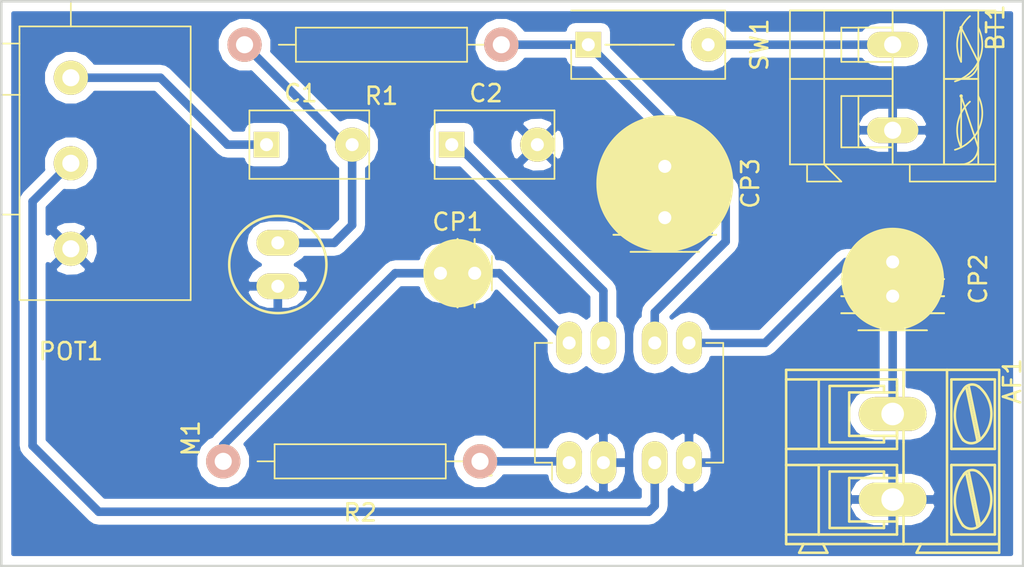
<source format=kicad_pcb>
(kicad_pcb (version 4) (host pcbnew 4.0.2+dfsg1-stable)

  (general
    (links 21)
    (no_connects 0)
    (area 124.384999 64.694999 184.225001 97.865001)
    (thickness 1.6)
    (drawings 4)
    (tracks 37)
    (zones 0)
    (modules 13)
    (nets 13)
  )

  (page A4)
  (layers
    (0 F.Cu signal hide)
    (31 B.Cu signal)
    (32 B.Adhes user)
    (33 F.Adhes user)
    (34 B.Paste user)
    (35 F.Paste user)
    (36 B.SilkS user)
    (37 F.SilkS user)
    (38 B.Mask user)
    (39 F.Mask user)
    (40 Dwgs.User user)
    (41 Cmts.User user)
    (42 Eco1.User user)
    (43 Eco2.User user)
    (44 Edge.Cuts user)
    (45 Margin user)
    (46 B.CrtYd user)
    (47 F.CrtYd user)
    (48 B.Fab user)
    (49 F.Fab user)
  )

  (setup
    (last_trace_width 0.5)
    (trace_clearance 0.2)
    (zone_clearance 0.508)
    (zone_45_only no)
    (trace_min 0.5)
    (segment_width 0.2)
    (edge_width 0.15)
    (via_size 0.6)
    (via_drill 0.4)
    (via_min_size 0.4)
    (via_min_drill 0.3)
    (uvia_size 0.3)
    (uvia_drill 0.1)
    (uvias_allowed no)
    (uvia_min_size 0.2)
    (uvia_min_drill 0.1)
    (pcb_text_width 0.3)
    (pcb_text_size 1.5 1.5)
    (mod_edge_width 0.15)
    (mod_text_size 1 1)
    (mod_text_width 0.15)
    (pad_size 2.5 1.5)
    (pad_drill 0.762)
    (pad_to_mask_clearance 0.2)
    (aux_axis_origin 0 0)
    (visible_elements FFFFFF7F)
    (pcbplotparams
      (layerselection 0x00030_80000001)
      (usegerberextensions false)
      (excludeedgelayer true)
      (linewidth 0.100000)
      (plotframeref false)
      (viasonmask false)
      (mode 1)
      (useauxorigin false)
      (hpglpennumber 1)
      (hpglpenspeed 20)
      (hpglpendiameter 15)
      (hpglpenoverlay 2)
      (psnegative false)
      (psa4output false)
      (plotreference true)
      (plotvalue true)
      (plotinvisibletext false)
      (padsonsilk false)
      (subtractmaskfromsilk false)
      (outputformat 1)
      (mirror false)
      (drillshape 0)
      (scaleselection 1)
      (outputdirectory ""))
  )

  (net 0 "")
  (net 1 "Net-(BT1-Pad1)")
  (net 2 /Negativo)
  (net 3 "Net-(C1-Pad1)")
  (net 4 "Net-(C1-Pad2)")
  (net 5 "Net-(C2-Pad1)")
  (net 6 "Net-(CP1-Pad1)")
  (net 7 "Net-(CP2-Pad1)")
  (net 8 /VCC)
  (net 9 "Net-(P1-Pad1)")
  (net 10 "Net-(P1-Pad3)")
  (net 11 "Net-(CP1-Pad2)")
  (net 12 "Net-(AF1-Pad1)")

  (net_class Default "This is the default net class."
    (clearance 0.2)
    (trace_width 0.5)
    (via_dia 0.6)
    (via_drill 0.4)
    (uvia_dia 0.3)
    (uvia_drill 0.1)
    (add_net /Negativo)
    (add_net /VCC)
    (add_net "Net-(AF1-Pad1)")
    (add_net "Net-(BT1-Pad1)")
    (add_net "Net-(C1-Pad1)")
    (add_net "Net-(C1-Pad2)")
    (add_net "Net-(C2-Pad1)")
    (add_net "Net-(CP1-Pad1)")
    (add_net "Net-(CP1-Pad2)")
    (add_net "Net-(CP2-Pad1)")
    (add_net "Net-(P1-Pad1)")
    (add_net "Net-(P1-Pad3)")
  )

  (net_class Trabalho ""
    (clearance 0.2)
    (trace_width 0.5)
    (via_dia 0.6)
    (via_drill 0.4)
    (uvia_dia 0.3)
    (uvia_drill 0.1)
  )

  (module Capacitors_ThroughHole:C_Radial_D7.5_L11.2_P2.5 (layer F.Cu) (tedit 5BFD486E) (tstamp 5BFC19E9)
    (at 176.53 80.01 270)
    (descr "Radial Electrolytic Capacitor Diameter 7.5mm x Length 11.2mm, Pitch 2.5mm")
    (tags "Electrolytic Capacitor")
    (path /5BF404EB)
    (fp_text reference CP2 (at 1 -5 270) (layer F.SilkS)
      (effects (font (size 1 1) (thickness 0.15)))
    )
    (fp_text value 220uF (at 1 5 270) (layer F.Fab)
      (effects (font (size 1 1) (thickness 0.15)))
    )
    (fp_line (start 1 -3) (end 1 3) (layer F.SilkS) (width 0))
    (fp_line (start 1 -3) (end 1 3) (layer F.SilkS) (width 0))
    (fp_line (start 1 -3) (end 1 0) (layer F.SilkS) (width 0))
    (fp_line (start 1 0) (end 1 3) (layer F.SilkS) (width 0))
    (fp_line (start 1 -3) (end 1 0) (layer F.SilkS) (width 0))
    (fp_line (start 1 0) (end 1 3) (layer F.SilkS) (width 0))
    (fp_line (start 1 -3) (end 1 0) (layer F.SilkS) (width 0))
    (fp_line (start 1 0) (end 1 3) (layer F.SilkS) (width 0))
    (fp_line (start 2 -3) (end 2 0) (layer F.SilkS) (width 0))
    (fp_line (start 2 0) (end 2 3) (layer F.SilkS) (width 0))
    (fp_line (start 2 -3) (end 2 0) (layer F.SilkS) (width 0))
    (fp_line (start 2 0) (end 2 3) (layer F.SilkS) (width 0))
    (fp_line (start 2 -3) (end 2 0) (layer F.SilkS) (width 0))
    (fp_line (start 2 0) (end 2 3) (layer F.SilkS) (width 0))
    (fp_line (start 2 -3) (end 2 0) (layer F.SilkS) (width 0))
    (fp_line (start 2 0) (end 2 3) (layer F.SilkS) (width 0))
    (fp_line (start 2 -3) (end 2 0) (layer F.SilkS) (width 0))
    (fp_line (start 2 0) (end 2 3) (layer F.SilkS) (width 0))
    (fp_line (start 2 -3) (end 2 0) (layer F.SilkS) (width 0))
    (fp_line (start 2 0) (end 2 3) (layer F.SilkS) (width 0))
    (fp_line (start 2 -3) (end 2 0) (layer F.SilkS) (width 0))
    (fp_line (start 2 0) (end 2 3) (layer F.SilkS) (width 0))
    (fp_line (start 3 -3) (end 3 0) (layer F.SilkS) (width 0))
    (fp_line (start 3 0) (end 3 3) (layer F.SilkS) (width 0))
    (fp_line (start 3 -3) (end 3 0) (layer F.SilkS) (width 0))
    (fp_line (start 3 0) (end 3 3) (layer F.SilkS) (width 0))
    (fp_line (start 3 -3) (end 3 0) (layer F.SilkS) (width 0))
    (fp_line (start 3 0) (end 3 3) (layer F.SilkS) (width 0))
    (fp_line (start 3 -3) (end 3 0) (layer F.SilkS) (width 0))
    (fp_line (start 3 0) (end 3 3) (layer F.SilkS) (width 0))
    (fp_line (start 3 -2) (end 3 2) (layer F.SilkS) (width 0))
    (fp_line (start 3 -2) (end 3 2) (layer F.SilkS) (width 0))
    (fp_line (start 3 -2) (end 3 2) (layer F.SilkS) (width 0))
    (fp_line (start 3 -2) (end 3 2) (layer F.SilkS) (width 0))
    (fp_line (start 4 -2) (end 4 2) (layer F.SilkS) (width 0))
    (fp_line (start 4 -2) (end 4 2) (layer F.SilkS) (width 0))
    (fp_line (start 4 -2) (end 4 2) (layer F.SilkS) (width 0))
    (fp_line (start 4 -1) (end 4 1) (layer F.SilkS) (width 0))
    (fp_line (start 4 -1) (end 4 1) (layer F.SilkS) (width 0))
    (fp_line (start 4 -1) (end 4 1) (layer F.SilkS) (width 0))
    (fp_line (start 4 0) (end 4 0) (layer F.SilkS) (width 0))
    (fp_circle (center 2 0) (end 2 -1) (layer F.SilkS) (width 0))
    (fp_circle (center 1 0) (end 1 -3) (layer F.SilkS) (width 0))
    (fp_circle (center 1 0) (end 1 -4) (layer F.CrtYd) (width 0))
    (pad 2 thru_hole oval (at 2 0 270) (size 1.5 2.5) (drill 0.762) (layers *.Cu *.Mask F.SilkS)
      (net 12 "Net-(AF1-Pad1)"))
    (pad 1 thru_hole rect (at 0 0 270) (size 1.5 1.5) (drill 0.762) (layers *.Cu *.Mask F.SilkS)
      (net 7 "Net-(CP2-Pad1)"))
    (model Capacitors_ThroughHole.3dshapes/C_Radial_D7.5_L11.2_P2.5.wrl
      (at (xyz 0 0 0))
      (scale (xyz 1 1 1))
      (rotate (xyz 0 0 0))
    )
  )

  (module Connect:AK300-2 (layer F.Cu) (tedit 5BFD4906) (tstamp 5C01BB08)
    (at 176.53 67.31 270)
    (descr CONNECTOR)
    (tags CONNECTOR)
    (path /5BF406BF)
    (attr virtual)
    (fp_text reference BT1 (at -1 -6 270) (layer F.SilkS)
      (effects (font (size 1 1) (thickness 0.15)))
    )
    (fp_text value 6V (at 2 7 270) (layer F.Fab)
      (effects (font (size 1 1) (thickness 0.15)))
    )
    (fp_line (start 8 -6) (end -2 -6) (layer F.CrtYd) (width 0))
    (fp_line (start 8 6) (end 8 -6) (layer F.CrtYd) (width 0))
    (fp_line (start -2 6) (end 8 6) (layer F.CrtYd) (width 0))
    (fp_line (start -2 -6) (end -2 6) (layer F.CrtYd) (width 0))
    (fp_line (start -1 2) (end 1 2) (layer F.SilkS) (width 0))
    (fp_line (start 1 2) (end 1 0) (layer F.SilkS) (width 0))
    (fp_line (start -1 0) (end 1 0) (layer F.SilkS) (width 0))
    (fp_line (start -1 2) (end -1 0) (layer F.SilkS) (width 0))
    (fp_line (start 3 2) (end 6 2) (layer F.SilkS) (width 0))
    (fp_line (start 6 2) (end 6 0) (layer F.SilkS) (width 0))
    (fp_line (start 3 0) (end 6 0) (layer F.SilkS) (width 0))
    (fp_line (start 3 2) (end 3 0) (layer F.SilkS) (width 0))
    (fp_line (start 7 -6) (end 7 -3) (layer F.SilkS) (width 0))
    (fp_line (start 7 -6) (end -2 -6) (layer F.SilkS) (width 0))
    (fp_line (start 7 -6) (end 8 -6) (layer F.SilkS) (width 0))
    (fp_line (start 8 -6) (end 8 -1) (layer F.SilkS) (width 0))
    (fp_line (start 8 -1) (end 7 -1) (layer F.SilkS) (width 0))
    (fp_line (start 8 5) (end 7 5) (layer F.SilkS) (width 0))
    (fp_line (start 7 5) (end 7 6) (layer F.SilkS) (width 0))
    (fp_line (start 8 3) (end 7 4) (layer F.SilkS) (width 0))
    (fp_line (start 7 4) (end 7 5) (layer F.SilkS) (width 0))
    (fp_line (start 8 3) (end 8 5) (layer F.SilkS) (width 0))
    (fp_line (start 2 6) (end 2 4) (layer F.SilkS) (width 0))
    (fp_line (start 7 0) (end 7 4) (layer F.SilkS) (width 0))
    (fp_line (start 2 6) (end 7 6) (layer F.SilkS) (width 0))
    (fp_line (start 7 6) (end 7 6) (layer F.SilkS) (width 0))
    (fp_line (start 2 6) (end 2 4) (layer F.SilkS) (width 0))
    (fp_line (start 2 6) (end 2 6) (layer F.SilkS) (width 0))
    (fp_line (start -2 0) (end -2 4) (layer F.SilkS) (width 0))
    (fp_line (start -2 6) (end -2 6) (layer F.SilkS) (width 0))
    (fp_line (start -2 6) (end 2 6) (layer F.SilkS) (width 0))
    (fp_line (start 2 4) (end 7 4) (layer F.SilkS) (width 0))
    (fp_line (start 2 4) (end 2 0) (layer F.SilkS) (width 0))
    (fp_line (start 7 4) (end 7 6) (layer F.SilkS) (width 0))
    (fp_line (start 2 4) (end -2 4) (layer F.SilkS) (width 0))
    (fp_line (start 2 4) (end 2 0) (layer F.SilkS) (width 0))
    (fp_line (start -2 4) (end -2 6) (layer F.SilkS) (width 0))
    (fp_line (start 6 3) (end 6 0) (layer F.SilkS) (width 0))
    (fp_line (start 6 3) (end 3 3) (layer F.SilkS) (width 0))
    (fp_line (start 3 3) (end 3 0) (layer F.SilkS) (width 0))
    (fp_line (start 1 3) (end 1 0) (layer F.SilkS) (width 0))
    (fp_line (start 1 3) (end -1 3) (layer F.SilkS) (width 0))
    (fp_line (start -1 3) (end -1 0) (layer F.SilkS) (width 0))
    (fp_line (start -1 0) (end -1 0) (layer F.SilkS) (width 0))
    (fp_line (start 1 0) (end 1 0) (layer F.SilkS) (width 0))
    (fp_line (start 3 0) (end 3 0) (layer F.SilkS) (width 0))
    (fp_line (start 6 0) (end 6 0) (layer F.SilkS) (width 0))
    (fp_line (start -2 6) (end -2 0) (layer F.SilkS) (width 0))
    (fp_line (start -2 0) (end -2 -3) (layer F.SilkS) (width 0))
    (fp_line (start 7 -1) (end 7 0) (layer F.SilkS) (width 0))
    (fp_line (start 7 0) (end 7 4) (layer F.SilkS) (width 0))
    (fp_line (start -2 -3) (end 7 -3) (layer F.SilkS) (width 0))
    (fp_line (start -2 -3) (end -2 -6) (layer F.SilkS) (width 0))
    (fp_line (start 7 -3) (end 7 -1) (layer F.SilkS) (width 0))
    (fp_line (start 2 -3) (end 2 -5) (layer F.SilkS) (width 0))
    (fp_line (start 2 -5) (end 7 -5) (layer F.SilkS) (width 0))
    (fp_line (start 7 -5) (end 7 -3) (layer F.SilkS) (width 0))
    (fp_line (start 7 -3) (end 2 -3) (layer F.SilkS) (width 0))
    (fp_line (start 2 -3) (end 2 -5) (layer F.SilkS) (width 0))
    (fp_line (start 2 -3) (end -2 -3) (layer F.SilkS) (width 0))
    (fp_line (start -2 -3) (end -2 -5) (layer F.SilkS) (width 0))
    (fp_line (start 2 -5) (end -2 -5) (layer F.SilkS) (width 0))
    (fp_line (start 3 -4) (end 6 -5) (layer F.SilkS) (width 0))
    (fp_line (start 3 -4) (end 6 -4) (layer F.SilkS) (width 0))
    (fp_line (start -1 -4) (end 1 -5) (layer F.SilkS) (width 0))
    (fp_line (start -1 -4) (end 1 -4) (layer F.SilkS) (width 0))
    (fp_line (start -2 0) (end -1 0) (layer F.SilkS) (width 0))
    (fp_line (start 2 0) (end 1 0) (layer F.SilkS) (width 0))
    (fp_line (start 1 0) (end -1 0) (layer F.SilkS) (width 0))
    (fp_line (start -2 0) (end -1 0) (layer F.SilkS) (width 0))
    (fp_line (start -1 0) (end 1 0) (layer F.SilkS) (width 0))
    (fp_line (start 1 0) (end 3 0) (layer F.SilkS) (width 0))
    (fp_line (start 7 0) (end 6 0) (layer F.SilkS) (width 0))
    (fp_line (start 6 0) (end 3 0) (layer F.SilkS) (width 0))
    (fp_line (start 7 0) (end 6 0) (layer F.SilkS) (width 0))
    (fp_line (start 2 0) (end 3 0) (layer F.SilkS) (width 0))
    (fp_line (start 3 0) (end 6 0) (layer F.SilkS) (width 0))
    (fp_arc (start 6 -4) (end 6 -5) (angle 90) (layer F.SilkS) (width 0))
    (fp_arc (start 5 -6) (end 6 -4) (angle 75) (layer F.SilkS) (width 0))
    (fp_arc (start 4 -3) (end 3 -5) (angle 100) (layer F.SilkS) (width 0))
    (fp_arc (start 3 -4) (end 3 -4) (angle 104) (layer F.SilkS) (width 0))
    (fp_arc (start 1 -4) (end 1 -5) (angle 90) (layer F.SilkS) (width 0))
    (fp_arc (start 0 -6) (end 1 -4) (angle 75) (layer F.SilkS) (width 0))
    (fp_arc (start 0 -3) (end -1 -5) (angle 100) (layer F.SilkS) (width 0))
    (fp_arc (start -1 -4) (end -1 -4) (angle 104) (layer F.SilkS) (width 0))
    (pad 1 thru_hole oval (at 0 0 270) (size 1.5 3) (drill 1) (layers *.Cu F.Paste F.SilkS F.Mask)
      (net 1 "Net-(BT1-Pad1)"))
    (pad 2 thru_hole oval (at 5 0 270) (size 1.5 3) (drill 1) (layers *.Cu F.Paste F.SilkS F.Mask)
      (net 2 /Negativo))
  )

  (module Capacitors_ThroughHole:C_Disc_D7.5_P5 (layer F.Cu) (tedit 5BFD495C) (tstamp 5C01BB0E)
    (at 139.954 73.152)
    (descr "Capacitor 7.5mm Disc, Pitch 5mm")
    (tags Capacitor)
    (path /5BF41348)
    (fp_text reference C1 (at 2 -3) (layer F.SilkS)
      (effects (font (size 1 1) (thickness 0.15)))
    )
    (fp_text value 100nF (at 2 3) (layer F.Fab)
      (effects (font (size 1 1) (thickness 0.15)))
    )
    (fp_line (start -1 -2) (end 6 -2) (layer F.CrtYd) (width 0))
    (fp_line (start 6 -2) (end 6 2) (layer F.CrtYd) (width 0))
    (fp_line (start 6 2) (end -1 2) (layer F.CrtYd) (width 0))
    (fp_line (start -1 2) (end -1 -2) (layer F.CrtYd) (width 0))
    (fp_line (start -1 -2) (end 6 -2) (layer F.SilkS) (width 0))
    (fp_line (start 6 -2) (end 6 2) (layer F.SilkS) (width 0))
    (fp_line (start 6 2) (end -1 2) (layer F.SilkS) (width 0))
    (fp_line (start -1 2) (end -1 -2) (layer F.SilkS) (width 0))
    (pad 1 thru_hole rect (at 0 0) (size 1.5 1.5) (drill 0.762) (layers *.Cu *.Mask F.SilkS)
      (net 3 "Net-(C1-Pad1)"))
    (pad 2 thru_hole circle (at 5 0) (size 2 2) (drill 0.762) (layers *.Cu *.Mask F.SilkS)
      (net 4 "Net-(C1-Pad2)"))
    (model Capacitors_ThroughHole.3dshapes/C_Disc_D7.5_P5.wrl
      (at (xyz 0 0 0))
      (scale (xyz 1 1 1))
      (rotate (xyz 0 0 0))
    )
  )

  (module Capacitors_ThroughHole:C_Disc_D7.5_P5 (layer F.Cu) (tedit 5BFD497A) (tstamp 5C01BB14)
    (at 150.7744 73.152)
    (descr "Capacitor 7.5mm Disc, Pitch 5mm")
    (tags Capacitor)
    (path /5BF40486)
    (fp_text reference C2 (at 2 -3) (layer F.SilkS)
      (effects (font (size 1 1) (thickness 0.15)))
    )
    (fp_text value 100nF (at 2 3 90) (layer F.Fab)
      (effects (font (size 1 1) (thickness 0.15)))
    )
    (fp_line (start -1 -2) (end 6 -2) (layer F.CrtYd) (width 0))
    (fp_line (start 6 -2) (end 6 2) (layer F.CrtYd) (width 0))
    (fp_line (start 6 2) (end -1 2) (layer F.CrtYd) (width 0))
    (fp_line (start -1 2) (end -1 -2) (layer F.CrtYd) (width 0))
    (fp_line (start -1 -2) (end 6 -2) (layer F.SilkS) (width 0))
    (fp_line (start 6 -2) (end 6 2) (layer F.SilkS) (width 0))
    (fp_line (start 6 2) (end -1 2) (layer F.SilkS) (width 0))
    (fp_line (start -1 2) (end -1 -2) (layer F.SilkS) (width 0))
    (pad 1 thru_hole rect (at 0 0) (size 1.5 1.5) (drill 0.762) (layers *.Cu *.Mask F.SilkS)
      (net 5 "Net-(C2-Pad1)"))
    (pad 2 thru_hole circle (at 5 0) (size 2 2) (drill 0.762) (layers *.Cu *.Mask F.SilkS)
      (net 2 /Negativo))
    (model Capacitors_ThroughHole.3dshapes/C_Disc_D7.5_P5.wrl
      (at (xyz 0 0 0))
      (scale (xyz 1 1 1))
      (rotate (xyz 0 0 0))
    )
  )

  (module Capacitors_ThroughHole:C_Radial_D8_L11.5_P3.5 (layer F.Cu) (tedit 5BFD4980) (tstamp 5C01BB26)
    (at 163.2204 74.422 270)
    (descr "Radial Electrolytic Capacitor Diameter 8mm x Length 11.5mm, Pitch 3.5mm")
    (tags "Electrolytic Capacitor")
    (path /5BF41B0B)
    (fp_text reference CP3 (at 1 -5 270) (layer F.SilkS)
      (effects (font (size 1 1) (thickness 0.15)))
    )
    (fp_text value 470uF (at 1 5 270) (layer F.Fab)
      (effects (font (size 1 1) (thickness 0.15)))
    )
    (fp_line (start 1 -3) (end 1 3) (layer F.SilkS) (width 0))
    (fp_line (start 1 -3) (end 1 3) (layer F.SilkS) (width 0))
    (fp_line (start 2 -3) (end 2 3) (layer F.SilkS) (width 0))
    (fp_line (start 2 -3) (end 2 3) (layer F.SilkS) (width 0))
    (fp_line (start 2 -3) (end 2 3) (layer F.SilkS) (width 0))
    (fp_line (start 2 -3) (end 2 0) (layer F.SilkS) (width 0))
    (fp_line (start 2 0) (end 2 3) (layer F.SilkS) (width 0))
    (fp_line (start 2 -3) (end 2 0) (layer F.SilkS) (width 0))
    (fp_line (start 2 0) (end 2 3) (layer F.SilkS) (width 0))
    (fp_line (start 2 -3) (end 2 0) (layer F.SilkS) (width 0))
    (fp_line (start 2 0) (end 2 3) (layer F.SilkS) (width 0))
    (fp_line (start 2 -3) (end 2 0) (layer F.SilkS) (width 0))
    (fp_line (start 2 0) (end 2 3) (layer F.SilkS) (width 0))
    (fp_line (start 3 -3) (end 3 0) (layer F.SilkS) (width 0))
    (fp_line (start 3 0) (end 3 3) (layer F.SilkS) (width 0))
    (fp_line (start 3 -3) (end 3 0) (layer F.SilkS) (width 0))
    (fp_line (start 3 0) (end 3 3) (layer F.SilkS) (width 0))
    (fp_line (start 3 -3) (end 3 0) (layer F.SilkS) (width 0))
    (fp_line (start 3 0) (end 3 3) (layer F.SilkS) (width 0))
    (fp_line (start 3 -3) (end 3 -1) (layer F.SilkS) (width 0))
    (fp_line (start 3 1) (end 3 3) (layer F.SilkS) (width 0))
    (fp_line (start 3 -3) (end 3 0) (layer F.SilkS) (width 0))
    (fp_line (start 3 0) (end 3 3) (layer F.SilkS) (width 0))
    (fp_line (start 3 -3) (end 3 0) (layer F.SilkS) (width 0))
    (fp_line (start 3 0) (end 3 3) (layer F.SilkS) (width 0))
    (fp_line (start 3 -3) (end 3 0) (layer F.SilkS) (width 0))
    (fp_line (start 3 0) (end 3 3) (layer F.SilkS) (width 0))
    (fp_line (start 4 -3) (end 4 0) (layer F.SilkS) (width 0))
    (fp_line (start 4 0) (end 4 3) (layer F.SilkS) (width 0))
    (fp_line (start 4 -3) (end 4 0) (layer F.SilkS) (width 0))
    (fp_line (start 4 0) (end 4 3) (layer F.SilkS) (width 0))
    (fp_line (start 4 -3) (end 4 0) (layer F.SilkS) (width 0))
    (fp_line (start 4 0) (end 4 3) (layer F.SilkS) (width 0))
    (fp_line (start 4 -2) (end 4 0) (layer F.SilkS) (width 0))
    (fp_line (start 4 0) (end 4 2) (layer F.SilkS) (width 0))
    (fp_line (start 4 -2) (end 4 2) (layer F.SilkS) (width 0))
    (fp_line (start 4 -2) (end 4 2) (layer F.SilkS) (width 0))
    (fp_line (start 4 -2) (end 4 2) (layer F.SilkS) (width 0))
    (fp_line (start 5 -2) (end 5 2) (layer F.SilkS) (width 0))
    (fp_line (start 5 -2) (end 5 2) (layer F.SilkS) (width 0))
    (fp_line (start 5 -1) (end 5 1) (layer F.SilkS) (width 0))
    (fp_line (start 5 -1) (end 5 1) (layer F.SilkS) (width 0))
    (fp_line (start 5 -1) (end 5 1) (layer F.SilkS) (width 0))
    (fp_line (start 5 0) (end 5 0) (layer F.SilkS) (width 0))
    (fp_circle (center 3 0) (end 3 -1) (layer F.SilkS) (width 0))
    (fp_circle (center 1 0) (end 1 -4) (layer F.SilkS) (width 0))
    (fp_circle (center 1 0) (end 1 -4) (layer F.CrtYd) (width 0))
    (pad 2 thru_hole circle (at 3 0 270) (size 2 2) (drill 0.762) (layers *.Cu *.Mask F.SilkS)
      (net 2 /Negativo))
    (pad 1 thru_hole rect (at 0 0 270) (size 1.5 1.5) (drill 0.762) (layers *.Cu *.Mask F.SilkS)
      (net 8 /VCC))
    (model Capacitors_ThroughHole.3dshapes/C_Radial_D8_L11.5_P3.5.wrl
      (at (xyz 0 0 0))
      (scale (xyz 1 1 1))
      (rotate (xyz 0 0 0))
    )
  )

  (module Microfone:Microfone (layer F.Cu) (tedit 5BFD4A0A) (tstamp 5C01BB2D)
    (at 140.6144 81.4324 90)
    (path /5BFBEC14)
    (fp_text reference M1 (at -8.89 -5.08 90) (layer F.SilkS)
      (effects (font (size 1 1) (thickness 0.15)))
    )
    (fp_text value Microfone (at 1.27 3.81 90) (layer F.Fab)
      (effects (font (size 1 1) (thickness 0.15)))
    )
    (fp_circle (center 1.27 0) (end 2.54 2.54) (layer F.SilkS) (width 0.15))
    (pad 1 thru_hole oval (at 2.54 0 90) (size 1.5 2.5) (drill 0.762) (layers *.Cu *.Mask F.SilkS)
      (net 4 "Net-(C1-Pad2)"))
    (pad 2 thru_hole oval (at 0 0 90) (size 1.5 2.5) (drill 0.762) (layers *.Cu *.Mask F.SilkS)
      (net 2 /Negativo))
  )

  (module Housings_DIP:DIP-8_W7.62mm_LongPads (layer F.Cu) (tedit 5BFD4A98) (tstamp 5C01BB39)
    (at 157.6324 91.7448 90)
    (descr "8-lead dip package, row spacing 7.62 mm (300 mils), longer pads")
    (tags "dil dip 2.54 300")
    (path /5BF40633)
    (fp_text reference P1 (at 0 -5 90) (layer F.SilkS)
      (effects (font (size 1 1) (thickness 0.15)))
    )
    (fp_text value DIL8 (at 0 -3 90) (layer F.Fab)
      (effects (font (size 1 1) (thickness 0.15)))
    )
    (fp_line (start -1 -2) (end -1 10) (layer F.CrtYd) (width 0))
    (fp_line (start 9 -2) (end 9 10) (layer F.CrtYd) (width 0))
    (fp_line (start -1 -2) (end 9 -2) (layer F.CrtYd) (width 0))
    (fp_line (start -1 10) (end 9 10) (layer F.CrtYd) (width 0))
    (fp_line (start 0 -2) (end 0 -1) (layer F.SilkS) (width 0))
    (fp_line (start 7 -2) (end 7 -1) (layer F.SilkS) (width 0))
    (fp_line (start 7 9) (end 7 8) (layer F.SilkS) (width 0))
    (fp_line (start 0 9) (end 0 8) (layer F.SilkS) (width 0))
    (fp_line (start 0 -2) (end 7 -2) (layer F.SilkS) (width 0))
    (fp_line (start 0 9) (end 7 9) (layer F.SilkS) (width 0))
    (fp_line (start 0 -1) (end -1 -1) (layer F.SilkS) (width 0))
    (pad 1 thru_hole oval (at 0 0 90) (size 2.5 1.5) (drill 0.762) (layers *.Cu *.Mask F.SilkS)
      (net 9 "Net-(P1-Pad1)"))
    (pad 2 thru_hole oval (at 0 2 90) (size 2.5 1.5) (drill 0.762) (layers *.Cu *.Mask F.SilkS)
      (net 2 /Negativo))
    (pad 3 thru_hole oval (at 0 5 90) (size 2.5 1.5) (drill 0.762) (layers *.Cu *.Mask F.SilkS)
      (net 10 "Net-(P1-Pad3)"))
    (pad 4 thru_hole oval (at 0 7 90) (size 2.5 1.5) (drill 0.762) (layers *.Cu *.Mask F.SilkS)
      (net 2 /Negativo))
    (pad 5 thru_hole oval (at 7 7 90) (size 2.5 1.5) (drill 0.762) (layers *.Cu *.Mask F.SilkS)
      (net 7 "Net-(CP2-Pad1)"))
    (pad 6 thru_hole oval (at 7 5 90) (size 2.5 1.5) (drill 0.762) (layers *.Cu *.Mask F.SilkS)
      (net 8 /VCC))
    (pad 7 thru_hole oval (at 7 2 90) (size 2.5 1.5) (drill 0.762) (layers *.Cu *.Mask F.SilkS)
      (net 5 "Net-(C2-Pad1)"))
    (pad 8 thru_hole oval (at 7 0 90) (size 2.5 1.5) (drill 0.762) (layers *.Cu *.Mask F.SilkS)
      (net 11 "Net-(CP1-Pad2)"))
    (model Housings_DIP.3dshapes/DIP-8_W7.62mm_LongPads.wrl
      (at (xyz 0 0 0))
      (scale (xyz 1 1 1))
      (rotate (xyz 0 0 0))
    )
  )

  (module Potentiometers:Potentiometer_Alps-RK163-single_15mm (layer F.Cu) (tedit 5452A365) (tstamp 5C01BB40)
    (at 128.524 69.2404 180)
    (descr "Potentiometer, Alps, RK163, single")
    (tags "Potentiometer, Alps, RK163, single")
    (path /5BF40A43)
    (fp_text reference POT1 (at 0 -16 180) (layer F.SilkS)
      (effects (font (size 1 1) (thickness 0.15)))
    )
    (fp_text value 10k (at 0 7 180) (layer F.Fab)
      (effects (font (size 1 1) (thickness 0.15)))
    )
    (fp_line (start 19 -5) (end 19 -7) (layer F.SilkS) (width 0))
    (fp_line (start 19 -2) (end 19 -4) (layer F.SilkS) (width 0))
    (fp_line (start 12 -5) (end 12 -4) (layer F.SilkS) (width 0))
    (fp_line (start 0 5) (end 6 5) (layer F.SilkS) (width 0))
    (fp_line (start 6 5) (end 6 2) (layer F.SilkS) (width 0))
    (fp_line (start 6 2) (end 3 2) (layer F.SilkS) (width 0))
    (fp_line (start 0 5) (end 0 3) (layer F.SilkS) (width 0))
    (fp_line (start 12 -4) (end 19 -4) (layer F.SilkS) (width 0))
    (fp_line (start 19 -5) (end 12 -5) (layer F.SilkS) (width 0))
    (fp_line (start 8 -8) (end 18 -8) (layer F.SilkS) (width 0))
    (fp_line (start 18 -8) (end 19 -7) (layer F.SilkS) (width 0))
    (fp_line (start 19 -2) (end 18 -1) (layer F.SilkS) (width 0))
    (fp_line (start 18 -1) (end 8 -1) (layer F.SilkS) (width 0))
    (fp_line (start 3 -8) (end 8 -8) (layer F.SilkS) (width 0))
    (fp_line (start 8 -8) (end 8 -1) (layer F.SilkS) (width 0))
    (fp_line (start 8 -1) (end 3 -1) (layer F.SilkS) (width 0))
    (fp_line (start 3 -13) (end 3 3) (layer F.SilkS) (width 0))
    (fp_line (start 3 3) (end -7 3) (layer F.SilkS) (width 0))
    (fp_line (start -7 3) (end -7 -13) (layer F.SilkS) (width 0))
    (fp_line (start -7 -13) (end 3 -13) (layer F.SilkS) (width 0))
    (pad 2 thru_hole circle (at 0 -5 180) (size 2 2) (drill 1) (layers *.Cu *.Mask F.SilkS)
      (net 10 "Net-(P1-Pad3)"))
    (pad 3 thru_hole circle (at 0 -10 180) (size 2 2) (drill 1) (layers *.Cu *.Mask F.SilkS)
      (net 2 /Negativo))
    (pad 1 thru_hole circle (at 0 0 180) (size 2 2) (drill 1) (layers *.Cu *.Mask F.SilkS)
      (net 3 "Net-(C1-Pad1)"))
    (model Potentiometers.3dshapes/Potentiometer_Alps-RK163-single_15mm.wrl
      (at (xyz 0 0 0))
      (scale (xyz 1 1 1))
      (rotate (xyz 0 0 0))
    )
  )

  (module Resistors_ThroughHole:Resistor_Horizontal_RM15mm (layer F.Cu) (tedit 5BFD4944) (tstamp 5C01BB46)
    (at 153.67 67.31 180)
    (descr "Resistor, Axial, RM 15mm,")
    (tags "Resistor Axial RM 15mm")
    (path /5BF40DDD)
    (fp_text reference R1 (at 7 -3 180) (layer F.SilkS)
      (effects (font (size 1 1) (thickness 0.15)))
    )
    (fp_text value 10k (at 7 4 180) (layer F.Fab)
      (effects (font (size 1 1) (thickness 0.15)))
    )
    (fp_line (start -1 1) (end -1 -1) (layer F.CrtYd) (width 0))
    (fp_line (start -1 -1) (end 16 -1) (layer F.CrtYd) (width 0))
    (fp_line (start 16 -1) (end 16 1) (layer F.CrtYd) (width 0))
    (fp_line (start 16 1) (end -1 1) (layer F.CrtYd) (width 0))
    (fp_line (start 2 -1) (end 2 1) (layer F.SilkS) (width 0))
    (fp_line (start 2 1) (end 12 1) (layer F.SilkS) (width 0))
    (fp_line (start 12 1) (end 12 -1) (layer F.SilkS) (width 0))
    (fp_line (start 12 -1) (end 2 -1) (layer F.SilkS) (width 0))
    (fp_line (start 13 0) (end 12 0) (layer F.SilkS) (width 0))
    (fp_line (start 1 0) (end 2 0) (layer F.SilkS) (width 0))
    (pad 1 thru_hole circle (at 0 0 180) (size 2 2) (drill 1) (layers *.Cu *.SilkS *.Mask)
      (net 8 /VCC))
    (pad 2 thru_hole circle (at 15 0 180) (size 2 2) (drill 1) (layers *.Cu *.SilkS *.Mask)
      (net 4 "Net-(C1-Pad2)"))
    (model Resistors_ThroughHole.3dshapes/Resistor_Horizontal_RM15mm.wrl
      (at (xyz 0 0 0))
      (scale (xyz 0 0 0))
      (rotate (xyz 0 0 0))
    )
  )

  (module Resistors_ThroughHole:Resistor_Horizontal_RM15mm (layer F.Cu) (tedit 5BFD4A28) (tstamp 5C01BB4C)
    (at 152.4254 91.6686 180)
    (descr "Resistor, Axial, RM 15mm,")
    (tags "Resistor Axial RM 15mm")
    (path /5BF409E2)
    (fp_text reference R2 (at 7 -3 180) (layer F.SilkS)
      (effects (font (size 1 1) (thickness 0.15)))
    )
    (fp_text value 1k2 (at 7 4 180) (layer F.Fab)
      (effects (font (size 1 1) (thickness 0.15)))
    )
    (fp_line (start -1 1) (end -1 -1) (layer F.CrtYd) (width 0))
    (fp_line (start -1 -1) (end 16 -1) (layer F.CrtYd) (width 0))
    (fp_line (start 16 -1) (end 16 1) (layer F.CrtYd) (width 0))
    (fp_line (start 16 1) (end -1 1) (layer F.CrtYd) (width 0))
    (fp_line (start 2 -1) (end 2 1) (layer F.SilkS) (width 0))
    (fp_line (start 2 1) (end 12 1) (layer F.SilkS) (width 0))
    (fp_line (start 12 1) (end 12 -1) (layer F.SilkS) (width 0))
    (fp_line (start 12 -1) (end 2 -1) (layer F.SilkS) (width 0))
    (fp_line (start 13 0) (end 12 0) (layer F.SilkS) (width 0))
    (fp_line (start 1 0) (end 2 0) (layer F.SilkS) (width 0))
    (pad 1 thru_hole circle (at 0 0 180) (size 2 2) (drill 1) (layers *.Cu *.SilkS *.Mask)
      (net 9 "Net-(P1-Pad1)"))
    (pad 2 thru_hole circle (at 15 0 180) (size 2 2) (drill 1) (layers *.Cu *.SilkS *.Mask)
      (net 6 "Net-(CP1-Pad1)"))
    (model Resistors_ThroughHole.3dshapes/Resistor_Horizontal_RM15mm.wrl
      (at (xyz 0 0 0))
      (scale (xyz 0 0 0))
      (rotate (xyz 0 0 0))
    )
  )

  (module Buttons_Switches_ThroughHole:SW_DIP_x1_Slide (layer F.Cu) (tedit 5BFD492C) (tstamp 5C01BB52)
    (at 158.75 67.31 270)
    (descr "CTS Electrocomponents, Series 206/208")
    (path /5BF40560)
    (fp_text reference SW1 (at 0 -10 270) (layer F.SilkS)
      (effects (font (size 1 1) (thickness 0.15)))
    )
    (fp_text value SPST (at 0 2 270) (layer F.Fab)
      (effects (font (size 1 1) (thickness 0.15)))
    )
    (fp_line (start 2 1) (end -2 1) (layer F.CrtYd) (width 0))
    (fp_line (start -2 1) (end -2 -9) (layer F.CrtYd) (width 0))
    (fp_line (start -2 -9) (end 2 -9) (layer F.CrtYd) (width 0))
    (fp_line (start 2 -9) (end 2 1) (layer F.CrtYd) (width 0))
    (fp_line (start -2 -8) (end 2 -8) (layer F.SilkS) (width 0))
    (fp_line (start 0 1) (end 2 1) (layer F.SilkS) (width 0))
    (fp_line (start -2 -8) (end -2 1) (layer F.SilkS) (width 0))
    (fp_line (start 2 -8) (end 2 1) (layer F.SilkS) (width 0))
    (fp_line (start 0 -3) (end 0 -3) (layer F.SilkS) (width 0))
    (fp_line (start 0 -5) (end 0 -1) (layer F.SilkS) (width 0))
    (fp_line (start 0 -1) (end 0 -1) (layer F.SilkS) (width 0))
    (fp_line (start 0 -1) (end 0 -5) (layer F.SilkS) (width 0))
    (fp_line (start 0 -5) (end 0 -5) (layer F.SilkS) (width 0))
    (pad 1 thru_hole rect (at 0 0 270) (size 1.5 1.5) (drill 0.762) (layers *.Cu *.Mask F.SilkS)
      (net 8 /VCC))
    (pad 2 thru_hole circle (at 0 -7 270) (size 2 2) (drill 0.762) (layers *.Cu *.Mask F.SilkS)
      (net 1 "Net-(BT1-Pad1)"))
    (model Buttons_Switches_ThroughHole.3dshapes/SW_DIP_x1_Slide.wrl
      (at (xyz 0 0 0))
      (scale (xyz 1 1 1))
      (rotate (xyz 0 0 0))
    )
  )

  (module Connect:AK300-2 (layer F.Cu) (tedit 54792136) (tstamp 5BFC19E3)
    (at 176.53 88.9 270)
    (descr CONNECTOR)
    (tags CONNECTOR)
    (path /5BFBF49A)
    (attr virtual)
    (fp_text reference AF1 (at -1.92 -6.985 270) (layer F.SilkS)
      (effects (font (size 1 1) (thickness 0.15)))
    )
    (fp_text value Alto-Falante (at 2.779 7.747 270) (layer F.Fab)
      (effects (font (size 1 1) (thickness 0.15)))
    )
    (fp_line (start 8.363 -6.473) (end -2.83 -6.473) (layer F.CrtYd) (width 0.05))
    (fp_line (start 8.363 6.473) (end 8.363 -6.473) (layer F.CrtYd) (width 0.05))
    (fp_line (start -2.83 6.473) (end 8.363 6.473) (layer F.CrtYd) (width 0.05))
    (fp_line (start -2.83 -6.473) (end -2.83 6.473) (layer F.CrtYd) (width 0.05))
    (fp_line (start -1.2596 2.54) (end 1.2804 2.54) (layer F.SilkS) (width 0.15))
    (fp_line (start 1.2804 2.54) (end 1.2804 -0.254) (layer F.SilkS) (width 0.15))
    (fp_line (start -1.2596 -0.254) (end 1.2804 -0.254) (layer F.SilkS) (width 0.15))
    (fp_line (start -1.2596 2.54) (end -1.2596 -0.254) (layer F.SilkS) (width 0.15))
    (fp_line (start 3.7442 2.54) (end 6.2842 2.54) (layer F.SilkS) (width 0.15))
    (fp_line (start 6.2842 2.54) (end 6.2842 -0.254) (layer F.SilkS) (width 0.15))
    (fp_line (start 3.7442 -0.254) (end 6.2842 -0.254) (layer F.SilkS) (width 0.15))
    (fp_line (start 3.7442 2.54) (end 3.7442 -0.254) (layer F.SilkS) (width 0.15))
    (fp_line (start 7.605 -6.223) (end 7.605 -3.175) (layer F.SilkS) (width 0.15))
    (fp_line (start 7.605 -6.223) (end -2.58 -6.223) (layer F.SilkS) (width 0.15))
    (fp_line (start 7.605 -6.223) (end 8.113 -6.223) (layer F.SilkS) (width 0.15))
    (fp_line (start 8.113 -6.223) (end 8.113 -1.397) (layer F.SilkS) (width 0.15))
    (fp_line (start 8.113 -1.397) (end 7.605 -1.651) (layer F.SilkS) (width 0.15))
    (fp_line (start 8.113 5.461) (end 7.605 5.207) (layer F.SilkS) (width 0.15))
    (fp_line (start 7.605 5.207) (end 7.605 6.223) (layer F.SilkS) (width 0.15))
    (fp_line (start 8.113 3.81) (end 7.605 4.064) (layer F.SilkS) (width 0.15))
    (fp_line (start 7.605 4.064) (end 7.605 5.207) (layer F.SilkS) (width 0.15))
    (fp_line (start 8.113 3.81) (end 8.113 5.461) (layer F.SilkS) (width 0.15))
    (fp_line (start 2.9822 6.223) (end 2.9822 4.318) (layer F.SilkS) (width 0.15))
    (fp_line (start 7.0462 -0.254) (end 7.0462 4.318) (layer F.SilkS) (width 0.15))
    (fp_line (start 2.9822 6.223) (end 7.0462 6.223) (layer F.SilkS) (width 0.15))
    (fp_line (start 7.0462 6.223) (end 7.605 6.223) (layer F.SilkS) (width 0.15))
    (fp_line (start 2.0424 6.223) (end 2.0424 4.318) (layer F.SilkS) (width 0.15))
    (fp_line (start 2.0424 6.223) (end 2.9822 6.223) (layer F.SilkS) (width 0.15))
    (fp_line (start -2.0216 -0.254) (end -2.0216 4.318) (layer F.SilkS) (width 0.15))
    (fp_line (start -2.58 6.223) (end -2.0216 6.223) (layer F.SilkS) (width 0.15))
    (fp_line (start -2.0216 6.223) (end 2.0424 6.223) (layer F.SilkS) (width 0.15))
    (fp_line (start 2.9822 4.318) (end 7.0462 4.318) (layer F.SilkS) (width 0.15))
    (fp_line (start 2.9822 4.318) (end 2.9822 -0.254) (layer F.SilkS) (width 0.15))
    (fp_line (start 7.0462 4.318) (end 7.0462 6.223) (layer F.SilkS) (width 0.15))
    (fp_line (start 2.0424 4.318) (end -2.0216 4.318) (layer F.SilkS) (width 0.15))
    (fp_line (start 2.0424 4.318) (end 2.0424 -0.254) (layer F.SilkS) (width 0.15))
    (fp_line (start -2.0216 4.318) (end -2.0216 6.223) (layer F.SilkS) (width 0.15))
    (fp_line (start 6.6652 3.683) (end 6.6652 0.508) (layer F.SilkS) (width 0.15))
    (fp_line (start 6.6652 3.683) (end 3.3632 3.683) (layer F.SilkS) (width 0.15))
    (fp_line (start 3.3632 3.683) (end 3.3632 0.508) (layer F.SilkS) (width 0.15))
    (fp_line (start 1.6614 3.683) (end 1.6614 0.508) (layer F.SilkS) (width 0.15))
    (fp_line (start 1.6614 3.683) (end -1.6406 3.683) (layer F.SilkS) (width 0.15))
    (fp_line (start -1.6406 3.683) (end -1.6406 0.508) (layer F.SilkS) (width 0.15))
    (fp_line (start -1.6406 0.508) (end -1.2596 0.508) (layer F.SilkS) (width 0.15))
    (fp_line (start 1.6614 0.508) (end 1.2804 0.508) (layer F.SilkS) (width 0.15))
    (fp_line (start 3.3632 0.508) (end 3.7442 0.508) (layer F.SilkS) (width 0.15))
    (fp_line (start 6.6652 0.508) (end 6.2842 0.508) (layer F.SilkS) (width 0.15))
    (fp_line (start -2.58 6.223) (end -2.58 -0.635) (layer F.SilkS) (width 0.15))
    (fp_line (start -2.58 -0.635) (end -2.58 -3.175) (layer F.SilkS) (width 0.15))
    (fp_line (start 7.605 -1.651) (end 7.605 -0.635) (layer F.SilkS) (width 0.15))
    (fp_line (start 7.605 -0.635) (end 7.605 4.064) (layer F.SilkS) (width 0.15))
    (fp_line (start -2.58 -3.175) (end 7.605 -3.175) (layer F.SilkS) (width 0.15))
    (fp_line (start -2.58 -3.175) (end -2.58 -6.223) (layer F.SilkS) (width 0.15))
    (fp_line (start 7.605 -3.175) (end 7.605 -1.651) (layer F.SilkS) (width 0.15))
    (fp_line (start 2.9822 -3.429) (end 2.9822 -5.969) (layer F.SilkS) (width 0.15))
    (fp_line (start 2.9822 -5.969) (end 7.0462 -5.969) (layer F.SilkS) (width 0.15))
    (fp_line (start 7.0462 -5.969) (end 7.0462 -3.429) (layer F.SilkS) (width 0.15))
    (fp_line (start 7.0462 -3.429) (end 2.9822 -3.429) (layer F.SilkS) (width 0.15))
    (fp_line (start 2.0424 -3.429) (end 2.0424 -5.969) (layer F.SilkS) (width 0.15))
    (fp_line (start 2.0424 -3.429) (end -2.0216 -3.429) (layer F.SilkS) (width 0.15))
    (fp_line (start -2.0216 -3.429) (end -2.0216 -5.969) (layer F.SilkS) (width 0.15))
    (fp_line (start 2.0424 -5.969) (end -2.0216 -5.969) (layer F.SilkS) (width 0.15))
    (fp_line (start 3.3886 -4.445) (end 6.4366 -5.08) (layer F.SilkS) (width 0.15))
    (fp_line (start 3.5156 -4.318) (end 6.5636 -4.953) (layer F.SilkS) (width 0.15))
    (fp_line (start -1.6152 -4.445) (end 1.43534 -5.08) (layer F.SilkS) (width 0.15))
    (fp_line (start -1.4882 -4.318) (end 1.5598 -4.953) (layer F.SilkS) (width 0.15))
    (fp_line (start -2.0216 -0.254) (end -1.6406 -0.254) (layer F.SilkS) (width 0.15))
    (fp_line (start 2.0424 -0.254) (end 1.6614 -0.254) (layer F.SilkS) (width 0.15))
    (fp_line (start 1.6614 -0.254) (end -1.6406 -0.254) (layer F.SilkS) (width 0.15))
    (fp_line (start -2.58 -0.635) (end -1.6406 -0.635) (layer F.SilkS) (width 0.15))
    (fp_line (start -1.6406 -0.635) (end 1.6614 -0.635) (layer F.SilkS) (width 0.15))
    (fp_line (start 1.6614 -0.635) (end 3.3632 -0.635) (layer F.SilkS) (width 0.15))
    (fp_line (start 7.605 -0.635) (end 6.6652 -0.635) (layer F.SilkS) (width 0.15))
    (fp_line (start 6.6652 -0.635) (end 3.3632 -0.635) (layer F.SilkS) (width 0.15))
    (fp_line (start 7.0462 -0.254) (end 6.6652 -0.254) (layer F.SilkS) (width 0.15))
    (fp_line (start 2.9822 -0.254) (end 3.3632 -0.254) (layer F.SilkS) (width 0.15))
    (fp_line (start 3.3632 -0.254) (end 6.6652 -0.254) (layer F.SilkS) (width 0.15))
    (fp_arc (start 6.0302 -4.59486) (end 6.53566 -5.05206) (angle 90.5) (layer F.SilkS) (width 0.15))
    (fp_arc (start 5.065 -6.0706) (end 6.52804 -4.11734) (angle 75.5) (layer F.SilkS) (width 0.15))
    (fp_arc (start 4.98626 -3.7084) (end 3.3886 -5.0038) (angle 100) (layer F.SilkS) (width 0.15))
    (fp_arc (start 3.8712 -4.64566) (end 3.58164 -4.1275) (angle 104.2) (layer F.SilkS) (width 0.15))
    (fp_arc (start 1.0264 -4.59486) (end 1.5344 -5.05206) (angle 90.5) (layer F.SilkS) (width 0.15))
    (fp_arc (start 0.06374 -6.0706) (end 1.52678 -4.11734) (angle 75.5) (layer F.SilkS) (width 0.15))
    (fp_arc (start -0.01246 -3.7084) (end -1.6152 -5.0038) (angle 100) (layer F.SilkS) (width 0.15))
    (fp_arc (start -1.1326 -4.64566) (end -1.41962 -4.1275) (angle 104.2) (layer F.SilkS) (width 0.15))
    (pad 1 thru_hole oval (at 0 0 270) (size 1.9812 3.9624) (drill 1.3208) (layers *.Cu F.Paste F.SilkS F.Mask)
      (net 12 "Net-(AF1-Pad1)"))
    (pad 2 thru_hole oval (at 5 0 270) (size 1.9812 3.9624) (drill 1.3208) (layers *.Cu F.Paste F.SilkS F.Mask)
      (net 2 /Negativo))
  )

  (module Capacitors_ThroughHole:C_Radial_D5_L11_P2 (layer F.Cu) (tedit 5BFD49B2) (tstamp 5BFC19E4)
    (at 150.114 80.6704)
    (descr "Radial Electrolytic Capacitor 5mm x Length 11mm, Pitch 2mm")
    (tags "Electrolytic Capacitor")
    (path /5BFBCDB7)
    (fp_text reference CP1 (at 1 -3) (layer F.SilkS)
      (effects (font (size 1 1) (thickness 0.15)))
    )
    (fp_text value 10uF (at 1 3) (layer F.Fab)
      (effects (font (size 1 1) (thickness 0.15)))
    )
    (fp_line (start 1 -2) (end 1 2) (layer F.SilkS) (width 0))
    (fp_line (start 1 -2) (end 1 0) (layer F.SilkS) (width 0))
    (fp_line (start 1 0) (end 1 2) (layer F.SilkS) (width 0))
    (fp_line (start 1 -2) (end 1 0) (layer F.SilkS) (width 0))
    (fp_line (start 1 0) (end 1 2) (layer F.SilkS) (width 0))
    (fp_line (start 1 -2) (end 1 0) (layer F.SilkS) (width 0))
    (fp_line (start 1 0) (end 1 2) (layer F.SilkS) (width 0))
    (fp_line (start 1 -2) (end 1 0) (layer F.SilkS) (width 0))
    (fp_line (start 1 0) (end 1 2) (layer F.SilkS) (width 0))
    (fp_line (start 1 -2) (end 1 0) (layer F.SilkS) (width 0))
    (fp_line (start 1 0) (end 1 2) (layer F.SilkS) (width 0))
    (fp_line (start 1 -2) (end 1 0) (layer F.SilkS) (width 0))
    (fp_line (start 1 0) (end 1 2) (layer F.SilkS) (width 0))
    (fp_line (start 2 -2) (end 2 0) (layer F.SilkS) (width 0))
    (fp_line (start 2 0) (end 2 2) (layer F.SilkS) (width 0))
    (fp_line (start 2 -2) (end 2 0) (layer F.SilkS) (width 0))
    (fp_line (start 2 0) (end 2 2) (layer F.SilkS) (width 0))
    (fp_line (start 2 -2) (end 2 0) (layer F.SilkS) (width 0))
    (fp_line (start 2 0) (end 2 2) (layer F.SilkS) (width 0))
    (fp_line (start 2 -2) (end 2 0) (layer F.SilkS) (width 0))
    (fp_line (start 2 0) (end 2 2) (layer F.SilkS) (width 0))
    (fp_line (start 2 -1) (end 2 0) (layer F.SilkS) (width 0))
    (fp_line (start 2 0) (end 2 1) (layer F.SilkS) (width 0))
    (fp_line (start 2 -1) (end 2 0) (layer F.SilkS) (width 0))
    (fp_line (start 2 0) (end 2 1) (layer F.SilkS) (width 0))
    (fp_line (start 2 -1) (end 2 1) (layer F.SilkS) (width 0))
    (fp_line (start 3 -1) (end 3 1) (layer F.SilkS) (width 0))
    (fp_line (start 3 -1) (end 3 1) (layer F.SilkS) (width 0))
    (fp_line (start 3 0) (end 3 0) (layer F.SilkS) (width 0))
    (fp_line (start 3 0) (end 3 0) (layer F.SilkS) (width 0))
    (fp_circle (center 2 0) (end 2 0) (layer F.SilkS) (width 0))
    (fp_circle (center 1 0) (end 1 -2) (layer F.SilkS) (width 0))
    (fp_circle (center 1 0) (end 1 -2) (layer F.CrtYd) (width 0))
    (pad 1 thru_hole oval (at 0 0) (size 1.5 2.4) (drill 0.762) (layers *.Cu *.Mask F.SilkS)
      (net 6 "Net-(CP1-Pad1)"))
    (pad 2 thru_hole oval (at 2 0) (size 1.5 2.5) (drill 0.762) (layers *.Cu *.Mask F.SilkS)
      (net 11 "Net-(CP1-Pad2)"))
    (model Capacitors_ThroughHole.3dshapes/C_Radial_D5_L11_P2.wrl
      (at (xyz 0 0 0))
      (scale (xyz 1 1 1))
      (rotate (xyz 0 0 0))
    )
  )

  (gr_line (start 124.46 97.79) (end 184.15 97.79) (angle 90) (layer Edge.Cuts) (width 0.15))
  (gr_line (start 124.46 64.77) (end 124.46 97.79) (angle 90) (layer Edge.Cuts) (width 0.15))
  (gr_line (start 184.15 64.77) (end 124.46 64.77) (angle 90) (layer Edge.Cuts) (width 0.15))
  (gr_line (start 184.15 97.79) (end 184.15 64.77) (angle 90) (layer Edge.Cuts) (width 0.15))

  (segment (start 176.53 67.31) (end 165.75 67.31) (width 0.5) (layer B.Cu) (net 1))
  (segment (start 128.524 69.2404) (end 133.7564 69.2404) (width 0.5) (layer B.Cu) (net 3))
  (segment (start 137.668 73.152) (end 139.954 73.152) (width 0.5) (layer B.Cu) (net 3) (tstamp 5BFD857A))
  (segment (start 133.7564 69.2404) (end 137.668 73.152) (width 0.5) (layer B.Cu) (net 3) (tstamp 5BFD8578))
  (segment (start 140.6144 78.8924) (end 143.9164 78.8924) (width 0.5) (layer B.Cu) (net 4))
  (segment (start 144.954 77.8548) (end 144.954 73.152) (width 0.5) (layer B.Cu) (net 4) (tstamp 5BFD858B))
  (segment (start 143.9164 78.8924) (end 144.954 77.8548) (width 0.5) (layer B.Cu) (net 4) (tstamp 5BFD858A))
  (segment (start 144.954 73.152) (end 144.512 73.152) (width 0.5) (layer B.Cu) (net 4))
  (segment (start 144.512 73.152) (end 138.67 67.31) (width 0.5) (layer B.Cu) (net 4) (tstamp 5BFD8587))
  (segment (start 150.7744 73.152) (end 151.0792 73.152) (width 0.5) (layer B.Cu) (net 5))
  (segment (start 151.0792 73.152) (end 159.6324 81.7052) (width 0.5) (layer B.Cu) (net 5) (tstamp 5BFD859B))
  (segment (start 159.6324 81.7052) (end 159.6324 84.7448) (width 0.5) (layer B.Cu) (net 5) (tstamp 5BFD859C))
  (segment (start 137.4254 91.6686) (end 137.4254 90.7174) (width 0.5) (layer B.Cu) (net 6) (status C00000))
  (segment (start 137.4254 90.7174) (end 147.4724 80.6704) (width 0.5) (layer B.Cu) (net 6) (tstamp 5BFD85C9) (status 400000))
  (segment (start 147.4724 80.6704) (end 150.114 80.6704) (width 0.5) (layer B.Cu) (net 6) (tstamp 5BFD85CA) (status 800000))
  (segment (start 164.6324 84.7448) (end 169.0774 84.7448) (width 0.5) (layer B.Cu) (net 7))
  (segment (start 173.8122 80.01) (end 176.53 80.01) (width 0.5) (layer B.Cu) (net 7) (tstamp 5BFD85A9))
  (segment (start 169.0774 84.7448) (end 173.8122 80.01) (width 0.5) (layer B.Cu) (net 7) (tstamp 5BFD85A7))
  (segment (start 162.6324 84.7448) (end 162.6324 82.9602) (width 0.5) (layer B.Cu) (net 8))
  (segment (start 165.4302 74.422) (end 163.2204 74.422) (width 0.5) (layer B.Cu) (net 8) (tstamp 5BFD85B1))
  (segment (start 166.7764 75.7682) (end 165.4302 74.422) (width 0.5) (layer B.Cu) (net 8) (tstamp 5BFD85B0))
  (segment (start 166.7764 78.8162) (end 166.7764 75.7682) (width 0.5) (layer B.Cu) (net 8) (tstamp 5BFD85AE))
  (segment (start 162.6324 82.9602) (end 166.7764 78.8162) (width 0.5) (layer B.Cu) (net 8) (tstamp 5BFD85AD))
  (segment (start 163.2204 74.422) (end 163.2204 71.7804) (width 0.5) (layer B.Cu) (net 8))
  (segment (start 163.2204 71.7804) (end 158.75 67.31) (width 0.5) (layer B.Cu) (net 8) (tstamp 5BFD8593))
  (segment (start 153.67 67.31) (end 158.75 67.31) (width 0.5) (layer B.Cu) (net 8))
  (segment (start 152.4254 91.6686) (end 157.5562 91.6686) (width 0.5) (layer B.Cu) (net 9) (status C00000))
  (segment (start 157.5562 91.6686) (end 157.6324 91.7448) (width 0.5) (layer B.Cu) (net 9) (tstamp 5BFD85C6) (status C00000))
  (segment (start 162.6324 91.7448) (end 162.6324 94.2632) (width 0.5) (layer B.Cu) (net 10) (status 400000))
  (segment (start 126.2888 76.4756) (end 128.524 74.2404) (width 0.5) (layer B.Cu) (net 10) (tstamp 5BFD85DE) (status 800000))
  (segment (start 126.2888 90.7542) (end 126.2888 76.4756) (width 0.5) (layer B.Cu) (net 10) (tstamp 5BFD85DC))
  (segment (start 130.1496 94.615) (end 126.2888 90.7542) (width 0.5) (layer B.Cu) (net 10) (tstamp 5BFD85DA))
  (segment (start 162.2806 94.615) (end 130.1496 94.615) (width 0.5) (layer B.Cu) (net 10) (tstamp 5BFD85D9))
  (segment (start 162.6324 94.2632) (end 162.2806 94.615) (width 0.5) (layer B.Cu) (net 10) (tstamp 5BFD85D8))
  (segment (start 152.114 80.6704) (end 153.558 80.6704) (width 0.5) (layer B.Cu) (net 11))
  (segment (start 153.558 80.6704) (end 157.6324 84.7448) (width 0.5) (layer B.Cu) (net 11) (tstamp 5BFD85A0))
  (segment (start 176.53 88.9) (end 176.53 82.01) (width 0.5) (layer B.Cu) (net 12))

  (zone (net 2) (net_name /Negativo) (layer B.Cu) (tstamp 5BFD85E6) (hatch edge 0.508)
    (connect_pads (clearance 0.508))
    (min_thickness 0.254)
    (fill yes (arc_segments 16) (thermal_gap 0.508) (thermal_bridge_width 0.508))
    (polygon
      (pts
        (xy 184.15 97.79) (xy 124.46 97.79) (xy 124.46 64.77) (xy 184.15 64.77) (xy 184.15 97.79)
      )
    )
    (filled_polygon
      (pts
        (xy 183.44 97.08) (xy 125.17 97.08) (xy 125.17 76.4756) (xy 125.403799 76.4756) (xy 125.4038 76.475605)
        (xy 125.4038 90.754195) (xy 125.403799 90.7542) (xy 125.423048 90.850967) (xy 125.471167 91.092875) (xy 125.637594 91.341952)
        (xy 125.66301 91.37999) (xy 129.523808 95.240787) (xy 129.52381 95.24079) (xy 129.810925 95.432633) (xy 129.867116 95.44381)
        (xy 130.1496 95.500001) (xy 130.149605 95.5) (xy 162.280595 95.5) (xy 162.2806 95.500001) (xy 162.563084 95.44381)
        (xy 162.619275 95.432633) (xy 162.90639 95.24079) (xy 163.258187 94.888992) (xy 163.25819 94.88899) (xy 163.450033 94.601875)
        (xy 163.514265 94.278959) (xy 173.958589 94.278959) (xy 173.98894 94.404757) (xy 174.300124 94.95967) (xy 174.799977 95.353258)
        (xy 175.4124 95.5256) (xy 176.403 95.5256) (xy 176.403 94.027) (xy 176.657 94.027) (xy 176.657 95.5256)
        (xy 177.6476 95.5256) (xy 178.260023 95.353258) (xy 178.759876 94.95967) (xy 179.07106 94.404757) (xy 179.101411 94.278959)
        (xy 178.981942 94.027) (xy 176.657 94.027) (xy 176.403 94.027) (xy 174.078058 94.027) (xy 173.958589 94.278959)
        (xy 163.514265 94.278959) (xy 163.5174 94.2632) (xy 163.5174 93.32411) (xy 163.611743 93.261072) (xy 163.651679 93.201303)
        (xy 163.74286 93.313945) (xy 164.219716 93.572973) (xy 164.291215 93.587118) (xy 164.5054 93.464456) (xy 164.5054 91.8718)
        (xy 164.7594 91.8718) (xy 164.7594 93.464456) (xy 164.973585 93.587118) (xy 165.045084 93.572973) (xy 165.140687 93.521041)
        (xy 173.958589 93.521041) (xy 174.078058 93.773) (xy 176.403 93.773) (xy 176.403 92.2744) (xy 176.657 92.2744)
        (xy 176.657 93.773) (xy 178.981942 93.773) (xy 179.101411 93.521041) (xy 179.07106 93.395243) (xy 178.759876 92.84033)
        (xy 178.260023 92.446742) (xy 177.6476 92.2744) (xy 176.657 92.2744) (xy 176.403 92.2744) (xy 175.4124 92.2744)
        (xy 174.799977 92.446742) (xy 174.300124 92.84033) (xy 173.98894 93.395243) (xy 173.958589 93.521041) (xy 165.140687 93.521041)
        (xy 165.52194 93.313945) (xy 165.863372 92.892149) (xy 166.0174 92.3718) (xy 166.0174 91.8718) (xy 164.7594 91.8718)
        (xy 164.5054 91.8718) (xy 164.4854 91.8718) (xy 164.4854 91.6178) (xy 164.5054 91.6178) (xy 164.5054 90.025144)
        (xy 164.7594 90.025144) (xy 164.7594 91.6178) (xy 166.0174 91.6178) (xy 166.0174 91.1178) (xy 165.863372 90.597451)
        (xy 165.52194 90.175655) (xy 165.045084 89.916627) (xy 164.973585 89.902482) (xy 164.7594 90.025144) (xy 164.5054 90.025144)
        (xy 164.291215 89.902482) (xy 164.219716 89.916627) (xy 163.74286 90.175655) (xy 163.651679 90.288297) (xy 163.611743 90.228528)
        (xy 163.162417 89.928298) (xy 162.6324 89.822871) (xy 162.102383 89.928298) (xy 161.653057 90.228528) (xy 161.352827 90.677854)
        (xy 161.2474 91.207871) (xy 161.2474 92.281729) (xy 161.352827 92.811746) (xy 161.653057 93.261072) (xy 161.7474 93.32411)
        (xy 161.7474 93.73) (xy 130.516179 93.73) (xy 128.778575 91.992395) (xy 135.790116 91.992395) (xy 136.038506 92.593543)
        (xy 136.498037 93.053878) (xy 137.098752 93.303316) (xy 137.749195 93.303884) (xy 138.350343 93.055494) (xy 138.810678 92.595963)
        (xy 139.060116 91.995248) (xy 139.060118 91.992395) (xy 150.790116 91.992395) (xy 151.038506 92.593543) (xy 151.498037 93.053878)
        (xy 152.098752 93.303316) (xy 152.749195 93.303884) (xy 153.350343 93.055494) (xy 153.810678 92.595963) (xy 153.828269 92.5536)
        (xy 156.301479 92.5536) (xy 156.352827 92.811746) (xy 156.653057 93.261072) (xy 157.102383 93.561302) (xy 157.6324 93.666729)
        (xy 158.162417 93.561302) (xy 158.611743 93.261072) (xy 158.651679 93.201303) (xy 158.74286 93.313945) (xy 159.219716 93.572973)
        (xy 159.291215 93.587118) (xy 159.5054 93.464456) (xy 159.5054 91.8718) (xy 159.7594 91.8718) (xy 159.7594 93.464456)
        (xy 159.973585 93.587118) (xy 160.045084 93.572973) (xy 160.52194 93.313945) (xy 160.863372 92.892149) (xy 161.0174 92.3718)
        (xy 161.0174 91.8718) (xy 159.7594 91.8718) (xy 159.5054 91.8718) (xy 159.4854 91.8718) (xy 159.4854 91.6178)
        (xy 159.5054 91.6178) (xy 159.5054 90.025144) (xy 159.7594 90.025144) (xy 159.7594 91.6178) (xy 161.0174 91.6178)
        (xy 161.0174 91.1178) (xy 160.863372 90.597451) (xy 160.52194 90.175655) (xy 160.045084 89.916627) (xy 159.973585 89.902482)
        (xy 159.7594 90.025144) (xy 159.5054 90.025144) (xy 159.291215 89.902482) (xy 159.219716 89.916627) (xy 158.74286 90.175655)
        (xy 158.651679 90.288297) (xy 158.611743 90.228528) (xy 158.162417 89.928298) (xy 157.6324 89.822871) (xy 157.102383 89.928298)
        (xy 156.653057 90.228528) (xy 156.352827 90.677854) (xy 156.331793 90.7836) (xy 153.828798 90.7836) (xy 153.812294 90.743657)
        (xy 153.352763 90.283322) (xy 152.752048 90.033884) (xy 152.101605 90.033316) (xy 151.500457 90.281706) (xy 151.040122 90.741237)
        (xy 150.790684 91.341952) (xy 150.790116 91.992395) (xy 139.060118 91.992395) (xy 139.060684 91.344805) (xy 138.812294 90.743657)
        (xy 138.731579 90.662801) (xy 147.838979 81.5554) (xy 148.808376 81.5554) (xy 148.834427 81.686367) (xy 149.134657 82.135693)
        (xy 149.583983 82.435923) (xy 150.114 82.54135) (xy 150.644017 82.435923) (xy 151.093343 82.135693) (xy 151.096968 82.130267)
        (xy 151.134657 82.186672) (xy 151.583983 82.486902) (xy 152.114 82.592329) (xy 152.644017 82.486902) (xy 153.093343 82.186672)
        (xy 153.385479 81.749459) (xy 156.2474 84.611379) (xy 156.2474 85.281729) (xy 156.352827 85.811746) (xy 156.653057 86.261072)
        (xy 157.102383 86.561302) (xy 157.6324 86.666729) (xy 158.162417 86.561302) (xy 158.611743 86.261072) (xy 158.6324 86.230157)
        (xy 158.653057 86.261072) (xy 159.102383 86.561302) (xy 159.6324 86.666729) (xy 160.162417 86.561302) (xy 160.611743 86.261072)
        (xy 160.911973 85.811746) (xy 161.0174 85.281729) (xy 161.0174 84.207871) (xy 160.911973 83.677854) (xy 160.611743 83.228528)
        (xy 160.5174 83.16549) (xy 160.5174 81.7052) (xy 160.450033 81.366525) (xy 160.25819 81.07941) (xy 160.258187 81.079408)
        (xy 157.753312 78.574532) (xy 162.247473 78.574532) (xy 162.346136 78.841387) (xy 162.955861 79.067908) (xy 163.60586 79.043856)
        (xy 164.094664 78.841387) (xy 164.193327 78.574532) (xy 163.2204 77.601605) (xy 162.247473 78.574532) (xy 157.753312 78.574532)
        (xy 156.336241 77.157461) (xy 161.574492 77.157461) (xy 161.598544 77.80746) (xy 161.801013 78.296264) (xy 162.067868 78.394927)
        (xy 163.040795 77.422) (xy 163.400005 77.422) (xy 164.372932 78.394927) (xy 164.639787 78.296264) (xy 164.866308 77.686539)
        (xy 164.842256 77.03654) (xy 164.639787 76.547736) (xy 164.372932 76.449073) (xy 163.400005 77.422) (xy 163.040795 77.422)
        (xy 162.067868 76.449073) (xy 161.801013 76.547736) (xy 161.574492 77.157461) (xy 156.336241 77.157461) (xy 153.483312 74.304532)
        (xy 154.801473 74.304532) (xy 154.900136 74.571387) (xy 155.509861 74.797908) (xy 156.15986 74.773856) (xy 156.648664 74.571387)
        (xy 156.747327 74.304532) (xy 155.7744 73.331605) (xy 154.801473 74.304532) (xy 153.483312 74.304532) (xy 152.17184 72.99306)
        (xy 152.17184 72.887461) (xy 154.128492 72.887461) (xy 154.152544 73.53746) (xy 154.355013 74.026264) (xy 154.621868 74.124927)
        (xy 155.594795 73.152) (xy 155.954005 73.152) (xy 156.926932 74.124927) (xy 157.193787 74.026264) (xy 157.420308 73.416539)
        (xy 157.396256 72.76654) (xy 157.193787 72.277736) (xy 156.926932 72.179073) (xy 155.954005 73.152) (xy 155.594795 73.152)
        (xy 154.621868 72.179073) (xy 154.355013 72.277736) (xy 154.128492 72.887461) (xy 152.17184 72.887461) (xy 152.17184 72.402)
        (xy 152.127562 72.166683) (xy 152.019963 71.999468) (xy 154.801473 71.999468) (xy 155.7744 72.972395) (xy 156.747327 71.999468)
        (xy 156.648664 71.732613) (xy 156.038939 71.506092) (xy 155.38894 71.530144) (xy 154.900136 71.732613) (xy 154.801473 71.999468)
        (xy 152.019963 71.999468) (xy 151.98849 71.950559) (xy 151.77629 71.805569) (xy 151.5244 71.75456) (xy 150.0244 71.75456)
        (xy 149.789083 71.798838) (xy 149.572959 71.93791) (xy 149.427969 72.15011) (xy 149.37696 72.402) (xy 149.37696 73.902)
        (xy 149.421238 74.137317) (xy 149.56031 74.353441) (xy 149.77251 74.498431) (xy 150.0244 74.54944) (xy 151.22506 74.54944)
        (xy 158.7474 82.071779) (xy 158.7474 83.16549) (xy 158.653057 83.228528) (xy 158.6324 83.259443) (xy 158.611743 83.228528)
        (xy 158.162417 82.928298) (xy 157.6324 82.822871) (xy 157.102383 82.928298) (xy 157.081459 82.942279) (xy 154.18379 80.04461)
        (xy 154.131992 80.01) (xy 153.896675 79.852767) (xy 153.840484 79.84159) (xy 153.558 79.785399) (xy 153.557995 79.7854)
        (xy 153.429764 79.7854) (xy 153.393573 79.603454) (xy 153.093343 79.154128) (xy 152.644017 78.853898) (xy 152.114 78.748471)
        (xy 151.583983 78.853898) (xy 151.134657 79.154128) (xy 151.096968 79.210533) (xy 151.093343 79.205107) (xy 150.644017 78.904877)
        (xy 150.114 78.79945) (xy 149.583983 78.904877) (xy 149.134657 79.205107) (xy 148.834427 79.654433) (xy 148.808376 79.7854)
        (xy 147.472405 79.7854) (xy 147.4724 79.785399) (xy 147.189916 79.84159) (xy 147.133725 79.852767) (xy 146.84661 80.04461)
        (xy 146.846608 80.044613) (xy 136.79961 90.09161) (xy 136.738241 90.183455) (xy 136.500457 90.281706) (xy 136.040122 90.741237)
        (xy 135.790684 91.341952) (xy 135.790116 91.992395) (xy 128.778575 91.992395) (xy 127.1738 90.38762) (xy 127.1738 81.773585)
        (xy 138.772082 81.773585) (xy 138.786227 81.845084) (xy 139.045255 82.32194) (xy 139.467051 82.663372) (xy 139.9874 82.8174)
        (xy 140.4874 82.8174) (xy 140.4874 81.5594) (xy 140.7414 81.5594) (xy 140.7414 82.8174) (xy 141.2414 82.8174)
        (xy 141.761749 82.663372) (xy 142.183545 82.32194) (xy 142.442573 81.845084) (xy 142.456718 81.773585) (xy 142.334056 81.5594)
        (xy 140.7414 81.5594) (xy 140.4874 81.5594) (xy 138.894744 81.5594) (xy 138.772082 81.773585) (xy 127.1738 81.773585)
        (xy 127.1738 80.392932) (xy 127.551073 80.392932) (xy 127.649736 80.659787) (xy 128.259461 80.886308) (xy 128.90946 80.862256)
        (xy 129.398264 80.659787) (xy 129.496927 80.392932) (xy 128.524 79.420005) (xy 127.551073 80.392932) (xy 127.1738 80.392932)
        (xy 127.1738 80.140244) (xy 127.371468 80.213327) (xy 128.344395 79.2404) (xy 128.703605 79.2404) (xy 129.676532 80.213327)
        (xy 129.943387 80.114664) (xy 130.169908 79.504939) (xy 130.145856 78.85494) (xy 129.943387 78.366136) (xy 129.676532 78.267473)
        (xy 128.703605 79.2404) (xy 128.344395 79.2404) (xy 127.371468 78.267473) (xy 127.1738 78.340556) (xy 127.1738 78.087868)
        (xy 127.551073 78.087868) (xy 128.524 79.060795) (xy 129.496927 78.087868) (xy 129.398264 77.821013) (xy 128.788539 77.594492)
        (xy 128.13854 77.618544) (xy 127.649736 77.821013) (xy 127.551073 78.087868) (xy 127.1738 78.087868) (xy 127.1738 76.84218)
        (xy 128.157437 75.858542) (xy 128.197352 75.875116) (xy 128.847795 75.875684) (xy 129.448943 75.627294) (xy 129.909278 75.167763)
        (xy 130.158716 74.567048) (xy 130.159284 73.916605) (xy 129.910894 73.315457) (xy 129.451363 72.855122) (xy 128.850648 72.605684)
        (xy 128.200205 72.605116) (xy 127.599057 72.853506) (xy 127.138722 73.313037) (xy 126.889284 73.913752) (xy 126.888716 74.564195)
        (xy 126.906233 74.606588) (xy 125.66301 75.84981) (xy 125.471167 76.136925) (xy 125.471167 76.136926) (xy 125.403799 76.4756)
        (xy 125.17 76.4756) (xy 125.17 69.564195) (xy 126.888716 69.564195) (xy 127.137106 70.165343) (xy 127.596637 70.625678)
        (xy 128.197352 70.875116) (xy 128.847795 70.875684) (xy 129.448943 70.627294) (xy 129.909278 70.167763) (xy 129.926869 70.1254)
        (xy 133.38982 70.1254) (xy 137.042208 73.777787) (xy 137.04221 73.77779) (xy 137.329325 73.969633) (xy 137.385516 73.98081)
        (xy 137.668 74.037001) (xy 137.668005 74.037) (xy 138.581962 74.037) (xy 138.600838 74.137317) (xy 138.73991 74.353441)
        (xy 138.95211 74.498431) (xy 139.204 74.54944) (xy 140.704 74.54944) (xy 140.939317 74.505162) (xy 141.155441 74.36609)
        (xy 141.300431 74.15389) (xy 141.35144 73.902) (xy 141.35144 72.402) (xy 141.307162 72.166683) (xy 141.16809 71.950559)
        (xy 140.95589 71.805569) (xy 140.704 71.75456) (xy 139.204 71.75456) (xy 138.968683 71.798838) (xy 138.752559 71.93791)
        (xy 138.607569 72.15011) (xy 138.583898 72.267) (xy 138.034579 72.267) (xy 134.38219 68.61461) (xy 134.246716 68.52409)
        (xy 134.095075 68.422767) (xy 134.038884 68.41159) (xy 133.7564 68.355399) (xy 133.756395 68.3554) (xy 129.927398 68.3554)
        (xy 129.910894 68.315457) (xy 129.451363 67.855122) (xy 128.918347 67.633795) (xy 137.034716 67.633795) (xy 137.283106 68.234943)
        (xy 137.742637 68.695278) (xy 138.343352 68.944716) (xy 138.993795 68.945284) (xy 139.036188 68.927768) (xy 143.318948 73.210527)
        (xy 143.318716 73.475795) (xy 143.567106 74.076943) (xy 144.026637 74.537278) (xy 144.069 74.554869) (xy 144.069 77.488221)
        (xy 143.54982 78.0074) (xy 142.19371 78.0074) (xy 142.130672 77.913057) (xy 141.681346 77.612827) (xy 141.151329 77.5074)
        (xy 140.077471 77.5074) (xy 139.547454 77.612827) (xy 139.098128 77.913057) (xy 138.797898 78.362383) (xy 138.692471 78.8924)
        (xy 138.797898 79.422417) (xy 139.098128 79.871743) (xy 139.547454 80.171973) (xy 139.55888 80.174246) (xy 139.467051 80.201428)
        (xy 139.045255 80.54286) (xy 138.786227 81.019716) (xy 138.772082 81.091215) (xy 138.894744 81.3054) (xy 140.4874 81.3054)
        (xy 140.4874 81.2854) (xy 140.7414 81.2854) (xy 140.7414 81.3054) (xy 142.334056 81.3054) (xy 142.456718 81.091215)
        (xy 142.442573 81.019716) (xy 142.183545 80.54286) (xy 141.761749 80.201428) (xy 141.66992 80.174246) (xy 141.681346 80.171973)
        (xy 142.130672 79.871743) (xy 142.19371 79.7774) (xy 143.916395 79.7774) (xy 143.9164 79.777401) (xy 144.198884 79.72121)
        (xy 144.255075 79.710033) (xy 144.54219 79.51819) (xy 145.579787 78.480592) (xy 145.57979 78.48059) (xy 145.771633 78.193475)
        (xy 145.810403 77.998567) (xy 145.839001 77.8548) (xy 145.839 77.854795) (xy 145.839 74.555398) (xy 145.878943 74.538894)
        (xy 146.339278 74.079363) (xy 146.588716 73.478648) (xy 146.589284 72.828205) (xy 146.340894 72.227057) (xy 145.881363 71.766722)
        (xy 145.280648 71.517284) (xy 144.630205 71.516716) (xy 144.275045 71.663466) (xy 140.288142 67.676562) (xy 140.304716 67.636648)
        (xy 140.304718 67.633795) (xy 152.034716 67.633795) (xy 152.283106 68.234943) (xy 152.742637 68.695278) (xy 153.343352 68.944716)
        (xy 153.993795 68.945284) (xy 154.594943 68.696894) (xy 155.055278 68.237363) (xy 155.072869 68.195) (xy 157.377962 68.195)
        (xy 157.396838 68.295317) (xy 157.53591 68.511441) (xy 157.74811 68.656431) (xy 158 68.70744) (xy 158.89586 68.70744)
        (xy 162.3354 72.146979) (xy 162.3354 73.049962) (xy 162.235083 73.068838) (xy 162.018959 73.20791) (xy 161.873969 73.42011)
        (xy 161.82296 73.672) (xy 161.82296 75.172) (xy 161.867238 75.407317) (xy 162.00631 75.623441) (xy 162.21851 75.768431)
        (xy 162.4704 75.81944) (xy 162.788355 75.81944) (xy 162.346136 76.002613) (xy 162.247473 76.269468) (xy 163.2204 77.242395)
        (xy 164.193327 76.269468) (xy 164.094664 76.002613) (xy 163.601619 75.81944) (xy 163.9704 75.81944) (xy 164.205717 75.775162)
        (xy 164.421841 75.63609) (xy 164.566831 75.42389) (xy 164.590502 75.307) (xy 165.06362 75.307) (xy 165.8914 76.134779)
        (xy 165.8914 78.449621) (xy 162.00661 82.33441) (xy 161.814767 82.621525) (xy 161.814767 82.621526) (xy 161.747399 82.9602)
        (xy 161.7474 82.960205) (xy 161.7474 83.16549) (xy 161.653057 83.228528) (xy 161.352827 83.677854) (xy 161.2474 84.207871)
        (xy 161.2474 85.281729) (xy 161.352827 85.811746) (xy 161.653057 86.261072) (xy 162.102383 86.561302) (xy 162.6324 86.666729)
        (xy 163.162417 86.561302) (xy 163.611743 86.261072) (xy 163.6324 86.230157) (xy 163.653057 86.261072) (xy 164.102383 86.561302)
        (xy 164.6324 86.666729) (xy 165.162417 86.561302) (xy 165.611743 86.261072) (xy 165.911973 85.811746) (xy 165.948164 85.6298)
        (xy 169.077395 85.6298) (xy 169.0774 85.629801) (xy 169.359884 85.57361) (xy 169.416075 85.562433) (xy 169.70319 85.37059)
        (xy 174.178779 80.895) (xy 175.157962 80.895) (xy 175.164528 80.929896) (xy 175.013728 81.030657) (xy 174.713498 81.479983)
        (xy 174.608071 82.01) (xy 174.713498 82.540017) (xy 175.013728 82.989343) (xy 175.463054 83.289573) (xy 175.645 83.325764)
        (xy 175.645 87.2744) (xy 175.488146 87.2744) (xy 174.866056 87.398141) (xy 174.338673 87.750527) (xy 173.986287 88.27791)
        (xy 173.862546 88.9) (xy 173.986287 89.52209) (xy 174.338673 90.049473) (xy 174.866056 90.401859) (xy 175.488146 90.5256)
        (xy 177.571854 90.5256) (xy 178.193944 90.401859) (xy 178.721327 90.049473) (xy 179.073713 89.52209) (xy 179.197454 88.9)
        (xy 179.073713 88.27791) (xy 178.721327 87.750527) (xy 178.193944 87.398141) (xy 177.571854 87.2744) (xy 177.415 87.2744)
        (xy 177.415 83.325764) (xy 177.596946 83.289573) (xy 178.046272 82.989343) (xy 178.346502 82.540017) (xy 178.451929 82.01)
        (xy 178.346502 81.479983) (xy 178.046272 81.030657) (xy 177.893326 80.928462) (xy 177.92744 80.76) (xy 177.92744 79.26)
        (xy 177.883162 79.024683) (xy 177.74409 78.808559) (xy 177.53189 78.663569) (xy 177.28 78.61256) (xy 175.78 78.61256)
        (xy 175.544683 78.656838) (xy 175.328559 78.79591) (xy 175.183569 79.00811) (xy 175.159898 79.125) (xy 173.8122 79.125)
        (xy 173.473525 79.192367) (xy 173.18641 79.38421) (xy 173.186408 79.384213) (xy 168.71082 83.8598) (xy 165.948164 83.8598)
        (xy 165.911973 83.677854) (xy 165.611743 83.228528) (xy 165.162417 82.928298) (xy 164.6324 82.822871) (xy 164.102383 82.928298)
        (xy 163.653057 83.228528) (xy 163.6324 83.259443) (xy 163.613309 83.230871) (xy 167.402187 79.441992) (xy 167.40219 79.44199)
        (xy 167.594033 79.154875) (xy 167.623227 79.00811) (xy 167.661401 78.8162) (xy 167.6614 78.816195) (xy 167.6614 75.7682)
        (xy 167.594033 75.429525) (xy 167.40219 75.14241) (xy 167.402187 75.142408) (xy 166.05599 73.79621) (xy 166.028422 73.77779)
        (xy 165.768875 73.604367) (xy 165.712684 73.59319) (xy 165.4302 73.536999) (xy 165.430195 73.537) (xy 164.592438 73.537)
        (xy 164.573562 73.436683) (xy 164.43449 73.220559) (xy 164.22229 73.075569) (xy 164.1054 73.051898) (xy 164.1054 72.651185)
        (xy 174.437682 72.651185) (xy 174.451827 72.722684) (xy 174.710855 73.19954) (xy 175.132651 73.540972) (xy 175.653 73.695)
        (xy 176.403 73.695) (xy 176.403 72.437) (xy 176.657 72.437) (xy 176.657 73.695) (xy 177.407 73.695)
        (xy 177.927349 73.540972) (xy 178.349145 73.19954) (xy 178.608173 72.722684) (xy 178.622318 72.651185) (xy 178.499656 72.437)
        (xy 176.657 72.437) (xy 176.403 72.437) (xy 174.560344 72.437) (xy 174.437682 72.651185) (xy 164.1054 72.651185)
        (xy 164.1054 71.968815) (xy 174.437682 71.968815) (xy 174.560344 72.183) (xy 176.403 72.183) (xy 176.403 70.925)
        (xy 176.657 70.925) (xy 176.657 72.183) (xy 178.499656 72.183) (xy 178.622318 71.968815) (xy 178.608173 71.897316)
        (xy 178.349145 71.42046) (xy 177.927349 71.079028) (xy 177.407 70.925) (xy 176.657 70.925) (xy 176.403 70.925)
        (xy 175.653 70.925) (xy 175.132651 71.079028) (xy 174.710855 71.42046) (xy 174.451827 71.897316) (xy 174.437682 71.968815)
        (xy 164.1054 71.968815) (xy 164.1054 71.7804) (xy 164.038033 71.441725) (xy 163.84619 71.15461) (xy 163.846187 71.154608)
        (xy 160.325375 67.633795) (xy 164.114716 67.633795) (xy 164.363106 68.234943) (xy 164.822637 68.695278) (xy 165.423352 68.944716)
        (xy 166.073795 68.945284) (xy 166.674943 68.696894) (xy 167.135278 68.237363) (xy 167.152869 68.195) (xy 174.695792 68.195)
        (xy 174.75883 68.289343) (xy 175.208156 68.589573) (xy 175.738173 68.695) (xy 177.321827 68.695) (xy 177.851844 68.589573)
        (xy 178.30117 68.289343) (xy 178.6014 67.840017) (xy 178.706827 67.31) (xy 178.6014 66.779983) (xy 178.30117 66.330657)
        (xy 177.851844 66.030427) (xy 177.321827 65.925) (xy 175.738173 65.925) (xy 175.208156 66.030427) (xy 174.75883 66.330657)
        (xy 174.695792 66.425) (xy 167.153398 66.425) (xy 167.136894 66.385057) (xy 166.677363 65.924722) (xy 166.076648 65.675284)
        (xy 165.426205 65.674716) (xy 164.825057 65.923106) (xy 164.364722 66.382637) (xy 164.115284 66.983352) (xy 164.114716 67.633795)
        (xy 160.325375 67.633795) (xy 160.14744 67.45586) (xy 160.14744 66.56) (xy 160.103162 66.324683) (xy 159.96409 66.108559)
        (xy 159.75189 65.963569) (xy 159.5 65.91256) (xy 158 65.91256) (xy 157.764683 65.956838) (xy 157.548559 66.09591)
        (xy 157.403569 66.30811) (xy 157.379898 66.425) (xy 155.073398 66.425) (xy 155.056894 66.385057) (xy 154.597363 65.924722)
        (xy 153.996648 65.675284) (xy 153.346205 65.674716) (xy 152.745057 65.923106) (xy 152.284722 66.382637) (xy 152.035284 66.983352)
        (xy 152.034716 67.633795) (xy 140.304718 67.633795) (xy 140.305284 66.986205) (xy 140.056894 66.385057) (xy 139.597363 65.924722)
        (xy 138.996648 65.675284) (xy 138.346205 65.674716) (xy 137.745057 65.923106) (xy 137.284722 66.382637) (xy 137.035284 66.983352)
        (xy 137.034716 67.633795) (xy 128.918347 67.633795) (xy 128.850648 67.605684) (xy 128.200205 67.605116) (xy 127.599057 67.853506)
        (xy 127.138722 68.313037) (xy 126.889284 68.913752) (xy 126.888716 69.564195) (xy 125.17 69.564195) (xy 125.17 65.48)
        (xy 183.44 65.48)
      )
    )
  )
)

</source>
